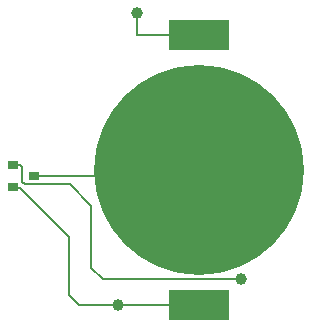
<source format=gbl>
G04 Layer_Physical_Order=4*
G04 Layer_Color=16711680*
%FSLAX44Y44*%
%MOMM*%
G71*
G01*
G75*
%ADD14C,0.2000*%
%ADD15C,1.0000*%
%ADD16R,0.9720X0.8020*%
%ADD17R,5.0800X2.5400*%
%ADD18C,17.7800*%
D14*
X630730Y1032716D02*
Y1051100D01*
Y1032716D02*
X630936Y1032510D01*
X525780Y903105D02*
X531620D01*
X581914Y803910D02*
X614680D01*
X630936Y1032510D02*
X683260D01*
X614680Y803910D02*
X683260D01*
X573024Y812800D02*
X581914Y803910D01*
X573024Y812800D02*
Y861701D01*
X531620Y903105D02*
X573024Y861701D01*
X525780Y903105D02*
Y903630D01*
Y922630D02*
X531520D01*
X533654Y920496D01*
Y908152D02*
Y920496D01*
Y908152D02*
X535686Y906120D01*
X573684D01*
X592074Y887730D01*
Y835660D02*
Y887730D01*
Y835660D02*
X601472Y826262D01*
X718820D01*
X615696Y918210D02*
X683260D01*
X610616Y913130D02*
X615696Y918210D01*
X543480Y913130D02*
X610616D01*
D15*
X630730Y1051100D02*
D03*
X614680Y803910D02*
D03*
X718820Y826262D02*
D03*
D16*
X543480Y913130D02*
D03*
X525780Y903630D02*
D03*
Y922630D02*
D03*
D17*
X683260Y1032510D02*
D03*
Y803910D02*
D03*
D18*
Y918210D02*
D03*
M02*

</source>
